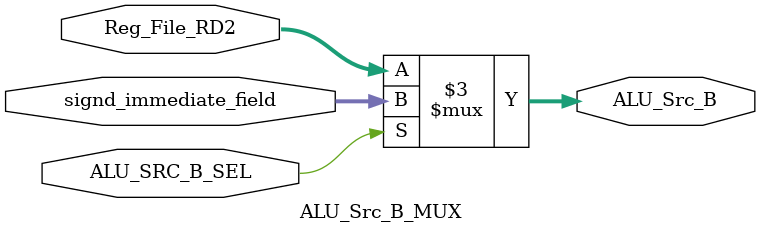
<source format=v>
module ALU_Src_B_MUX 

#(
	parameter DATA_WIDTH = 32
)
(	
	input								ALU_SRC_B_SEL,	// ALUSrc
	input 			[DATA_WIDTH-1:0]	Reg_File_RD2,
	input 			[DATA_WIDTH-1:0]	signd_immediate_field,

	output	reg 	[DATA_WIDTH-1:0]	ALU_Src_B
	
);

always @(*) begin 
	
	if (ALU_SRC_B_SEL) begin // only at lw and sw instructions

		ALU_Src_B = signd_immediate_field;
	end

	else begin // at R-Type instuctions
		ALU_Src_B = Reg_File_RD2;
	end
end

endmodule : ALU_Src_B_MUX
</source>
